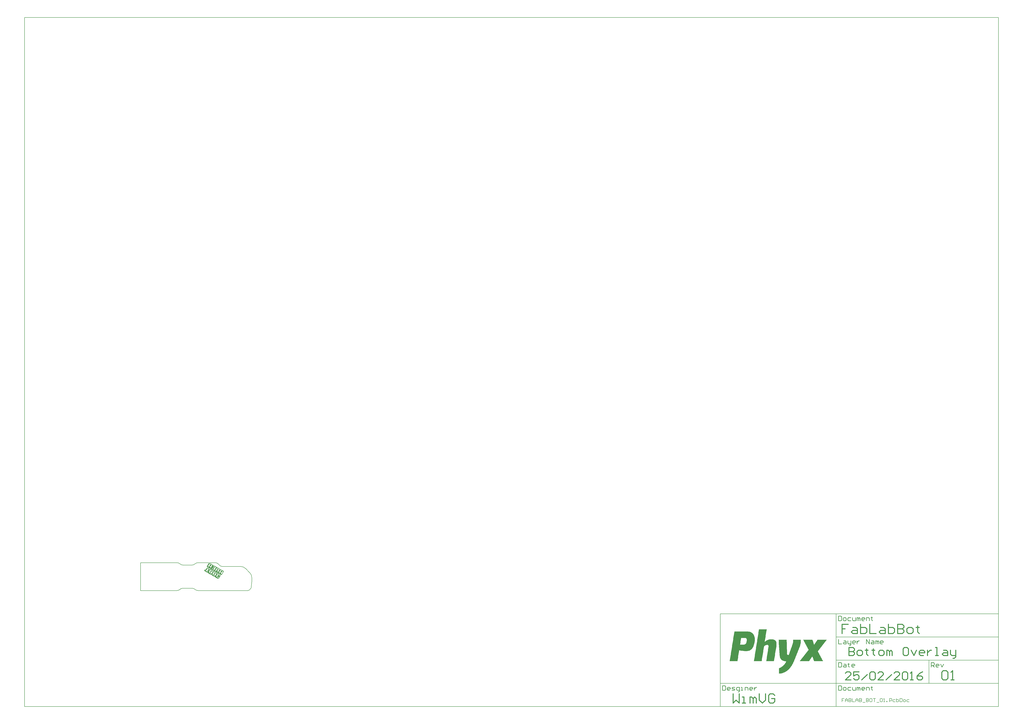
<source format=gbo>
G04 Layer_Color=32896*
%FSLAX25Y25*%
%MOIN*%
G70*
G01*
G75*
%ADD12C,0.01575*%
%ADD13C,0.00787*%
%ADD14C,0.00984*%
G36*
X114597Y38778D02*
X115287Y38380D01*
X115954Y37995D01*
X116644Y37597D01*
X116246Y36907D01*
X116935Y36509D01*
X116546Y35834D01*
X116148Y35145D01*
X115750Y34455D01*
X115060Y34854D01*
X114666Y34171D01*
X114268Y33482D01*
X114958Y33084D01*
X114965Y33080D01*
X115363Y33769D01*
X115757Y34451D01*
X116155Y35141D01*
X116553Y35830D01*
X117228Y35441D01*
X117617Y36116D01*
X118307Y35717D01*
X118705Y36407D01*
X119387Y36013D01*
X120077Y35615D01*
X120766Y35217D01*
X121456Y34819D01*
X122123Y34433D01*
X122813Y34035D01*
X123502Y33637D01*
X123104Y32948D01*
X123786Y32554D01*
X124476Y32156D01*
X124874Y32845D01*
X125556Y32452D01*
X126245Y32054D01*
X126935Y31655D01*
X127624Y31257D01*
X128292Y30872D01*
X128981Y30474D01*
X129671Y30076D01*
X129273Y29386D01*
X129955Y28993D01*
X130644Y28594D01*
X131042Y29284D01*
X131725Y28890D01*
X132414Y28492D01*
X133103Y28094D01*
X133793Y27696D01*
X134460Y27310D01*
X135150Y26912D01*
X135839Y26514D01*
X135441Y25825D01*
X136124Y25431D01*
X135734Y24756D01*
X135336Y24067D01*
X134938Y23377D01*
X134256Y23771D01*
X133862Y23089D01*
X134544Y22695D01*
X134146Y22005D01*
X133748Y21316D01*
X133358Y20641D01*
X132676Y21035D01*
X132286Y20360D01*
X131597Y20758D01*
X131207Y20083D01*
X130518Y20481D01*
X129850Y20867D01*
X129161Y21265D01*
X128471Y21663D01*
X127782Y22061D01*
X127100Y22455D01*
X126410Y22853D01*
X126800Y23528D01*
X126125Y23917D01*
X126514Y24592D01*
X126507Y24597D01*
X126118Y23922D01*
X125428Y24320D01*
X125039Y23645D01*
X124349Y24043D01*
X123681Y24428D01*
X122992Y24826D01*
X122302Y25224D01*
X121613Y25622D01*
X120931Y26016D01*
X120241Y26414D01*
X120631Y27089D01*
X119956Y27479D01*
X120346Y28154D01*
X120339Y28158D01*
X119949Y27483D01*
X119259Y27881D01*
X118870Y27206D01*
X118180Y27604D01*
X117513Y27990D01*
X116823Y28388D01*
X116134Y28786D01*
X115444Y29184D01*
X114762Y29578D01*
X114073Y29976D01*
X114462Y30651D01*
X113787Y31040D01*
X113780Y31045D01*
X113391Y30370D01*
X112701Y30768D01*
X112012Y31166D01*
X111344Y31551D01*
X110654Y31949D01*
X109965Y32347D01*
X109276Y32745D01*
X108593Y33139D01*
X107904Y33537D01*
X108294Y34212D01*
X108683Y34887D01*
X109073Y35562D01*
X109763Y35164D01*
X110161Y35853D01*
X110843Y35460D01*
X111241Y36149D01*
X111635Y36831D01*
X112033Y37521D01*
X112431Y38210D01*
X112820Y38885D01*
X113510Y38487D01*
X113908Y39176D01*
X114597Y38778D01*
D02*
G37*
G36*
X118336Y46267D02*
X119026Y45869D01*
X119715Y45471D01*
X120405Y45073D01*
X121072Y44688D01*
X121762Y44290D01*
X122451Y43892D01*
X122053Y43202D01*
X122736Y42808D01*
X123134Y43498D01*
X123823Y43100D01*
X124505Y42706D01*
X125195Y42308D01*
X125884Y41910D01*
X126574Y41512D01*
X127241Y41126D01*
X127931Y40728D01*
X128620Y40330D01*
X129302Y39936D01*
X128904Y39247D01*
X129594Y38849D01*
X129992Y39538D01*
X130674Y39144D01*
X131363Y38746D01*
X132053Y38348D01*
X132742Y37950D01*
X133410Y37565D01*
X134099Y37167D01*
X134789Y36769D01*
X135471Y36375D01*
X135073Y35685D01*
X135762Y35287D01*
X136160Y35977D01*
X136843Y35583D01*
X137532Y35185D01*
X138222Y34787D01*
X138911Y34389D01*
X139579Y34003D01*
X140268Y33605D01*
X140957Y33207D01*
X140559Y32518D01*
X141242Y32124D01*
X140852Y31449D01*
X140454Y30760D01*
X140056Y30070D01*
X139662Y29388D01*
X139264Y28699D01*
X138866Y28009D01*
X138476Y27334D01*
X138087Y26659D01*
X137404Y27053D01*
X137015Y26378D01*
X136325Y26776D01*
X135636Y27174D01*
X134968Y27560D01*
X134279Y27958D01*
X134668Y28633D01*
X133979Y29031D01*
X133589Y28356D01*
X132900Y28754D01*
X132218Y29148D01*
X131528Y29546D01*
X130853Y29935D01*
X131243Y30610D01*
X131236Y30615D01*
X130846Y29940D01*
X130157Y30338D01*
X129467Y30736D01*
X128799Y31121D01*
X128110Y31519D01*
X128500Y32194D01*
X127810Y32592D01*
X127421Y31917D01*
X126731Y32315D01*
X126049Y32709D01*
X125359Y33107D01*
X124685Y33497D01*
X125074Y34172D01*
X125067Y34176D01*
X124677Y33501D01*
X123988Y33899D01*
X123299Y34297D01*
X122631Y34683D01*
X121941Y35081D01*
X121252Y35479D01*
X120562Y35877D01*
X119880Y36271D01*
X119191Y36669D01*
X118516Y37058D01*
X118906Y37733D01*
X118898Y37738D01*
X118509Y37063D01*
X117819Y37461D01*
X117130Y37859D01*
X116462Y38244D01*
X115773Y38642D01*
X116162Y39317D01*
X115473Y39715D01*
X115083Y39040D01*
X114394Y39438D01*
X113712Y39832D01*
X113022Y40230D01*
X112347Y40620D01*
X112737Y41295D01*
X113127Y41970D01*
X113516Y42645D01*
X113914Y43334D01*
X114312Y44024D01*
X114706Y44706D01*
X115104Y45395D01*
X115502Y46085D01*
X116177Y45695D01*
X116567Y46370D01*
X117256Y45972D01*
X117654Y46661D01*
X118336Y46267D01*
D02*
G37*
%LPC*%
G36*
X118989Y35324D02*
X118599Y34649D01*
X117917Y35043D01*
X117519Y34353D01*
X117121Y33664D01*
X116727Y32981D01*
X116329Y32292D01*
X115931Y31603D01*
X116613Y31209D01*
X116224Y30534D01*
X116913Y30136D01*
X117603Y29738D01*
X118292Y29340D01*
X118960Y28954D01*
X119649Y28556D01*
X120039Y29231D01*
X120728Y28833D01*
X121126Y29522D01*
X121524Y30212D01*
X121918Y30894D01*
X122316Y31583D01*
X122714Y32273D01*
X122025Y32671D01*
X122415Y33346D01*
X121725Y33744D01*
X121057Y34129D01*
X120368Y34528D01*
X119678Y34925D01*
X118989Y35324D01*
D02*
G37*
G36*
X114199Y38089D02*
X113810Y37414D01*
X113412Y36725D01*
X113014Y36035D01*
X112620Y35353D01*
X112222Y34664D01*
X111823Y33974D01*
X111134Y34372D01*
X110445Y34770D01*
X110055Y34095D01*
X110744Y33697D01*
X111434Y33299D01*
X112123Y32901D01*
X112791Y32516D01*
X113480Y32118D01*
X114170Y31719D01*
X114559Y32394D01*
X113870Y32792D01*
X113181Y33191D01*
X113579Y33880D01*
X113977Y34569D01*
X114371Y35252D01*
X114769Y35941D01*
X115458Y35543D01*
X115856Y36233D01*
X115167Y36630D01*
X115556Y37306D01*
X114889Y37691D01*
X114199Y38089D01*
D02*
G37*
G36*
X117938Y45578D02*
X117549Y44903D01*
X116867Y45297D01*
X116469Y44607D01*
X116070Y43918D01*
X115677Y43236D01*
X115279Y42546D01*
X114881Y41857D01*
X114491Y41182D01*
X115173Y40788D01*
X115863Y40390D01*
X116252Y41065D01*
X116650Y41754D01*
X117340Y41357D01*
X118029Y40958D01*
X118697Y40573D01*
X118299Y39884D01*
X117909Y39209D01*
X118598Y38811D01*
X119288Y38412D01*
X119678Y39087D01*
X120076Y39777D01*
X120474Y40466D01*
X120868Y41148D01*
X121266Y41838D01*
X121664Y42527D01*
X120974Y42925D01*
X121364Y43600D01*
X120675Y43998D01*
X120007Y44384D01*
X119317Y44782D01*
X118628Y45180D01*
X117938Y45578D01*
D02*
G37*
G36*
X125158Y31762D02*
X124768Y31087D01*
X124086Y31481D01*
X123688Y30792D01*
X123290Y30102D01*
X122896Y29420D01*
X122498Y28730D01*
X122100Y28041D01*
X122782Y27647D01*
X122392Y26972D01*
X123082Y26574D01*
X123771Y26176D01*
X124461Y25778D01*
X125128Y25393D01*
X125818Y24995D01*
X126207Y25670D01*
X126897Y25271D01*
X127295Y25961D01*
X127693Y26650D01*
X128087Y27332D01*
X128485Y28022D01*
X128883Y28711D01*
X128194Y29109D01*
X128583Y29784D01*
X127894Y30182D01*
X127226Y30568D01*
X126537Y30966D01*
X125847Y31364D01*
X125158Y31762D01*
D02*
G37*
G36*
X126743Y24461D02*
X127190Y24203D01*
X126799Y24428D01*
X126743Y24461D01*
D02*
G37*
G36*
X131326Y28201D02*
X130937Y27526D01*
X130255Y27920D01*
X129857Y27230D01*
X129458Y26541D01*
X130141Y26147D01*
X129747Y25465D01*
X129065Y25858D01*
X128667Y25169D01*
X128269Y24480D01*
X128951Y24086D01*
X128561Y23411D01*
X129251Y23013D01*
X129940Y22615D01*
X130629Y22217D01*
X131297Y21831D01*
X131986Y21433D01*
X132376Y22108D01*
X133066Y21710D01*
X133464Y22399D01*
X132774Y22797D01*
X132085Y23196D01*
X131687Y22506D01*
X131019Y22892D01*
X130330Y23290D01*
X129640Y23688D01*
X130038Y24377D01*
X130436Y25067D01*
X131126Y24668D01*
X131815Y24270D01*
X132209Y24953D01*
X131520Y25351D01*
X130830Y25749D01*
X131228Y26438D01*
X131626Y27128D01*
X132316Y26730D01*
X133005Y26331D01*
X133673Y25946D01*
X133275Y25257D01*
X133964Y24859D01*
X134654Y24461D01*
X135052Y25150D01*
X134362Y25548D01*
X134752Y26223D01*
X134063Y26621D01*
X133395Y27006D01*
X132705Y27404D01*
X132016Y27803D01*
X131326Y28201D01*
D02*
G37*
G36*
X129086Y28594D02*
X129225Y28514D01*
X129565Y28318D01*
X129086Y28594D01*
D02*
G37*
G36*
X131438Y30498D02*
X131918Y30221D01*
X131497Y30464D01*
X131438Y30498D01*
D02*
G37*
G36*
X134204Y35287D02*
X134343Y35207D01*
X134683Y35010D01*
X134204Y35287D01*
D02*
G37*
G36*
X123425Y42410D02*
X123035Y41735D01*
X123717Y41342D01*
X124407Y40944D01*
X125096Y40545D01*
X125786Y40147D01*
X126453Y39762D01*
X126056Y39072D01*
X125657Y38383D01*
X124990Y38769D01*
X124300Y39167D01*
X123611Y39565D01*
X122921Y39963D01*
X122528Y39281D01*
X123217Y38882D01*
X123906Y38484D01*
X124596Y38086D01*
X125264Y37701D01*
X124865Y37011D01*
X124468Y36322D01*
X123800Y36707D01*
X123110Y37106D01*
X122421Y37504D01*
X121731Y37902D01*
X121049Y38296D01*
X120660Y37620D01*
X121342Y37227D01*
X122031Y36829D01*
X122721Y36431D01*
X123410Y36033D01*
X124078Y35647D01*
X124767Y35249D01*
X125457Y34851D01*
X125846Y35526D01*
X126244Y36215D01*
X126643Y36905D01*
X127036Y37587D01*
X127434Y38276D01*
X127832Y38966D01*
X128222Y39641D01*
X127533Y40039D01*
X126843Y40437D01*
X126175Y40822D01*
X125486Y41220D01*
X124797Y41618D01*
X124107Y42017D01*
X123425Y42410D01*
D02*
G37*
G36*
X130276Y38455D02*
X129886Y37780D01*
X129204Y38174D01*
X128806Y37484D01*
X128408Y36795D01*
X129090Y36401D01*
X128696Y35719D01*
X128014Y36113D01*
X127616Y35423D01*
X127218Y34734D01*
X126828Y34059D01*
X127510Y33665D01*
X128200Y33267D01*
X128590Y33942D01*
X128988Y34631D01*
X129386Y35321D01*
X130075Y34923D01*
X130765Y34525D01*
X131432Y34139D01*
X131034Y33450D01*
X130636Y32761D01*
X130246Y32086D01*
X130936Y31688D01*
X131625Y31289D01*
X132015Y31964D01*
X132413Y32654D01*
X132811Y33343D01*
X133205Y34025D01*
X133603Y34715D01*
X134001Y35404D01*
X134391Y36079D01*
X133701Y36477D01*
X133012Y36875D01*
X132344Y37261D01*
X131655Y37659D01*
X130965Y38057D01*
X130276Y38455D01*
D02*
G37*
G36*
X136445Y34894D02*
X136055Y34219D01*
X135373Y34612D01*
X134975Y33923D01*
X134577Y33233D01*
X134183Y32551D01*
X133785Y31862D01*
X133387Y31172D01*
X132997Y30498D01*
X133679Y30104D01*
X134369Y29706D01*
X134758Y30381D01*
X135156Y31070D01*
X135846Y30672D01*
X136535Y30274D01*
X137203Y29888D01*
X136805Y29199D01*
X136415Y28524D01*
X137105Y28126D01*
X137794Y27728D01*
X138184Y28403D01*
X138582Y29092D01*
X138980Y29782D01*
X139374Y30464D01*
X139772Y31153D01*
X140170Y31843D01*
X139480Y32241D01*
X139870Y32916D01*
X139181Y33314D01*
X138513Y33699D01*
X137823Y34097D01*
X137134Y34495D01*
X136445Y34894D01*
D02*
G37*
%LPD*%
G36*
X118928Y44107D02*
X119617Y43709D01*
X120285Y43323D01*
X119887Y42634D01*
X119489Y41945D01*
X119095Y41262D01*
X118427Y41648D01*
X117738Y42046D01*
X117048Y42444D01*
X117442Y43126D01*
X117840Y43816D01*
X118238Y44505D01*
X118928Y44107D01*
D02*
G37*
G36*
X125351Y28912D02*
X124957Y28230D01*
X125646Y27832D01*
X125248Y27143D01*
X125916Y26757D01*
X125518Y26068D01*
X124850Y26453D01*
X124161Y26851D01*
X123471Y27249D01*
X123870Y27939D01*
X124268Y28628D01*
X124661Y29310D01*
X125351Y28912D01*
D02*
G37*
G36*
X126147Y30291D02*
X126836Y29893D01*
X127504Y29507D01*
X127106Y28818D01*
X126708Y28129D01*
X126314Y27446D01*
X125646Y27832D01*
X126040Y28514D01*
X125351Y28912D01*
X125749Y29602D01*
X125059Y30000D01*
X125458Y30689D01*
X126147Y30291D01*
D02*
G37*
G36*
X131265Y36984D02*
X131955Y36586D01*
X132622Y36200D01*
X132224Y35511D01*
X131826Y34822D01*
X131158Y35207D01*
X130469Y35605D01*
X129780Y36003D01*
X130178Y36693D01*
X130576Y37382D01*
X131265Y36984D01*
D02*
G37*
G36*
X137434Y33422D02*
X138123Y33024D01*
X138791Y32639D01*
X138393Y31949D01*
X137995Y31260D01*
X137601Y30578D01*
X136933Y30963D01*
X136244Y31361D01*
X135554Y31759D01*
X135948Y32442D01*
X136346Y33131D01*
X136744Y33821D01*
X137434Y33422D01*
D02*
G37*
G36*
X119182Y32474D02*
X118788Y31791D01*
X119478Y31393D01*
X119080Y30704D01*
X119747Y30318D01*
X119349Y29629D01*
X118682Y30015D01*
X117992Y30413D01*
X117303Y30811D01*
X117701Y31500D01*
X118099Y32190D01*
X118493Y32872D01*
X119182Y32474D01*
D02*
G37*
G36*
X119978Y33853D02*
X120668Y33454D01*
X121335Y33069D01*
X120937Y32380D01*
X120539Y31690D01*
X120145Y31008D01*
X119478Y31393D01*
X119872Y32076D01*
X119182Y32474D01*
X119580Y33163D01*
X118891Y33561D01*
X119289Y34251D01*
X119978Y33853D01*
D02*
G37*
G36*
X1121080Y-83717D02*
Y-84003D01*
Y-84290D01*
Y-84576D01*
Y-84862D01*
Y-85149D01*
Y-85435D01*
Y-85721D01*
Y-86007D01*
Y-86294D01*
Y-86580D01*
Y-86866D01*
Y-87153D01*
Y-87439D01*
Y-87725D01*
Y-88012D01*
Y-88298D01*
Y-88584D01*
Y-88871D01*
Y-89157D01*
Y-89443D01*
X1120793D01*
Y-89730D01*
Y-90016D01*
Y-90302D01*
Y-90588D01*
Y-90875D01*
X1120507D01*
Y-91161D01*
Y-91448D01*
Y-91734D01*
Y-92020D01*
X1120221D01*
Y-92306D01*
Y-92593D01*
Y-92879D01*
Y-93165D01*
X1119934D01*
Y-93452D01*
Y-93738D01*
Y-94024D01*
X1119648D01*
Y-94311D01*
Y-94597D01*
Y-94883D01*
X1119362D01*
Y-95170D01*
Y-95456D01*
Y-95742D01*
X1119075D01*
Y-96029D01*
Y-96315D01*
Y-96601D01*
X1118789D01*
Y-96887D01*
Y-97174D01*
X1118503D01*
Y-97460D01*
Y-97746D01*
X1118217D01*
Y-98033D01*
Y-98319D01*
Y-98605D01*
X1117930D01*
Y-98892D01*
Y-99178D01*
X1117644D01*
Y-99464D01*
Y-99751D01*
Y-100037D01*
X1117358D01*
Y-100323D01*
Y-100610D01*
X1117071D01*
Y-100896D01*
Y-101182D01*
Y-101468D01*
X1116785D01*
Y-101755D01*
Y-102041D01*
X1116499D01*
Y-102327D01*
Y-102614D01*
Y-102900D01*
X1116212D01*
Y-103186D01*
Y-103473D01*
X1115926D01*
Y-103759D01*
Y-104045D01*
Y-104332D01*
X1115640D01*
Y-104618D01*
Y-104904D01*
X1115353D01*
Y-105191D01*
Y-105477D01*
Y-105763D01*
X1115067D01*
Y-106049D01*
Y-106336D01*
X1114781D01*
Y-106622D01*
Y-106908D01*
Y-107195D01*
X1114494D01*
Y-107481D01*
Y-107767D01*
X1114208D01*
Y-108054D01*
Y-108340D01*
Y-108626D01*
X1113922D01*
Y-108913D01*
Y-109199D01*
X1113636D01*
Y-109485D01*
Y-109772D01*
Y-110058D01*
X1113349D01*
Y-110344D01*
Y-110630D01*
X1113063D01*
Y-110917D01*
Y-111203D01*
Y-111489D01*
X1112776D01*
Y-111776D01*
Y-112062D01*
X1112490D01*
Y-112348D01*
Y-112635D01*
Y-112921D01*
X1112204D01*
Y-113207D01*
Y-113494D01*
X1111918D01*
Y-113780D01*
Y-114066D01*
Y-114353D01*
X1111631D01*
Y-114639D01*
Y-114925D01*
X1111345D01*
Y-115211D01*
Y-115498D01*
Y-115784D01*
X1111059D01*
Y-116070D01*
Y-116357D01*
X1110772D01*
Y-116643D01*
Y-116929D01*
Y-117216D01*
X1110486D01*
Y-117502D01*
Y-117788D01*
X1110200D01*
Y-118075D01*
Y-118361D01*
Y-118647D01*
X1109913D01*
Y-118933D01*
Y-119220D01*
X1109627D01*
Y-119506D01*
Y-119792D01*
Y-120079D01*
X1109341D01*
Y-120365D01*
Y-120651D01*
X1109054D01*
Y-120938D01*
Y-121224D01*
X1108768D01*
Y-121510D01*
Y-121797D01*
X1108482D01*
Y-122083D01*
Y-122369D01*
Y-122656D01*
X1108195D01*
Y-122942D01*
X1107909D01*
Y-123228D01*
Y-123514D01*
Y-123801D01*
X1107623D01*
Y-124087D01*
X1107337D01*
Y-124373D01*
Y-124660D01*
X1107050D01*
Y-124946D01*
Y-125232D01*
X1106764D01*
Y-125519D01*
Y-125805D01*
X1106478D01*
Y-126091D01*
Y-126378D01*
X1106191D01*
Y-126664D01*
X1105905D01*
Y-126950D01*
Y-127237D01*
X1105619D01*
Y-127523D01*
Y-127809D01*
X1105332D01*
Y-128095D01*
X1105046D01*
Y-128382D01*
X1104760D01*
Y-128668D01*
Y-128954D01*
X1104473D01*
Y-129241D01*
X1104187D01*
Y-129527D01*
Y-129813D01*
X1103901D01*
Y-130100D01*
X1103615D01*
Y-130386D01*
X1103328D01*
Y-130672D01*
Y-130959D01*
X1103042D01*
Y-131245D01*
X1102756D01*
Y-131531D01*
X1102469D01*
Y-131818D01*
X1102183D01*
Y-132104D01*
X1101897D01*
Y-132390D01*
Y-132676D01*
X1101610D01*
Y-132963D01*
X1101324D01*
Y-133249D01*
X1101038D01*
Y-133535D01*
X1100751D01*
Y-133822D01*
X1100465D01*
Y-134108D01*
X1100179D01*
Y-134394D01*
X1099892D01*
Y-134681D01*
X1099320D01*
Y-134967D01*
X1099034D01*
Y-135253D01*
X1098747D01*
Y-135540D01*
X1098461D01*
Y-135826D01*
X1098175D01*
Y-136112D01*
X1097602D01*
Y-136399D01*
X1097316D01*
Y-136685D01*
X1096743D01*
Y-136971D01*
X1096457D01*
Y-137258D01*
X1095884D01*
Y-137544D01*
X1095598D01*
Y-137830D01*
X1095025D01*
Y-138117D01*
X1094452D01*
Y-138403D01*
X1093880D01*
Y-138689D01*
X1093307D01*
Y-138975D01*
X1092735D01*
Y-139262D01*
X1091876D01*
Y-139548D01*
X1091303D01*
Y-139834D01*
X1090444D01*
Y-140121D01*
X1089299D01*
Y-140407D01*
X1088154D01*
Y-140693D01*
X1086436D01*
Y-140980D01*
X1084432D01*
Y-141266D01*
X1084145D01*
Y-140980D01*
Y-140693D01*
Y-140407D01*
Y-140121D01*
Y-139834D01*
Y-139548D01*
Y-139262D01*
Y-138975D01*
Y-138689D01*
Y-138403D01*
Y-138117D01*
Y-137830D01*
Y-137544D01*
Y-137258D01*
Y-136971D01*
Y-136685D01*
Y-136399D01*
Y-136112D01*
Y-135826D01*
Y-135540D01*
Y-135253D01*
Y-134967D01*
Y-134681D01*
Y-134394D01*
Y-134108D01*
Y-133822D01*
Y-133535D01*
Y-133249D01*
Y-132963D01*
Y-132676D01*
Y-132390D01*
Y-132104D01*
Y-131818D01*
X1084718D01*
Y-131531D01*
X1085291D01*
Y-131245D01*
X1085863D01*
Y-130959D01*
X1086436D01*
Y-130672D01*
X1087008D01*
Y-130386D01*
X1087581D01*
Y-130100D01*
X1087867D01*
Y-129813D01*
X1088440D01*
Y-129527D01*
X1088726D01*
Y-129241D01*
X1089299D01*
Y-128954D01*
X1089585D01*
Y-128668D01*
X1089872D01*
Y-128382D01*
X1090444D01*
Y-128095D01*
X1090730D01*
Y-127809D01*
X1091017D01*
Y-127523D01*
X1091303D01*
Y-127237D01*
X1091589D01*
Y-126950D01*
X1091876D01*
Y-126664D01*
X1092162D01*
Y-126378D01*
X1092448D01*
Y-126091D01*
X1092735D01*
Y-125805D01*
X1093021D01*
Y-125519D01*
X1093307D01*
Y-125232D01*
X1093594D01*
Y-124946D01*
Y-124660D01*
X1093880D01*
Y-124373D01*
X1094166D01*
Y-124087D01*
X1094452D01*
Y-123801D01*
Y-123514D01*
X1094739D01*
Y-123228D01*
X1095025D01*
Y-122942D01*
Y-122656D01*
X1095311D01*
Y-122369D01*
Y-122083D01*
X1095598D01*
Y-121797D01*
X1095884D01*
Y-121510D01*
Y-121224D01*
X1096170D01*
Y-120938D01*
Y-120651D01*
X1096457D01*
Y-120365D01*
Y-120079D01*
X1094739D01*
Y-119792D01*
X1092735D01*
Y-119506D01*
X1091589D01*
Y-119220D01*
X1091017D01*
Y-118933D01*
X1090158D01*
Y-118647D01*
X1089585D01*
Y-118361D01*
X1089299D01*
Y-118075D01*
X1088726D01*
Y-117788D01*
X1088440D01*
Y-117502D01*
X1088154D01*
Y-117216D01*
X1087867D01*
Y-116929D01*
X1087581D01*
Y-116643D01*
X1087295D01*
Y-116357D01*
Y-116070D01*
X1087008D01*
Y-115784D01*
X1086722D01*
Y-115498D01*
Y-115211D01*
X1086436D01*
Y-114925D01*
Y-114639D01*
X1086149D01*
Y-114353D01*
Y-114066D01*
X1085863D01*
Y-113780D01*
Y-113494D01*
Y-113207D01*
X1085577D01*
Y-112921D01*
Y-112635D01*
Y-112348D01*
Y-112062D01*
X1085291D01*
Y-111776D01*
Y-111489D01*
Y-111203D01*
Y-110917D01*
Y-110630D01*
Y-110344D01*
Y-110058D01*
X1085004D01*
Y-109772D01*
Y-109485D01*
Y-109199D01*
Y-108913D01*
Y-108626D01*
Y-108340D01*
Y-108054D01*
Y-107767D01*
Y-107481D01*
Y-107195D01*
Y-106908D01*
Y-106622D01*
Y-106336D01*
Y-106049D01*
Y-105763D01*
X1084718D01*
Y-105477D01*
Y-105191D01*
Y-104904D01*
Y-104618D01*
Y-104332D01*
Y-104045D01*
Y-103759D01*
Y-103473D01*
Y-103186D01*
Y-102900D01*
Y-102614D01*
Y-102327D01*
Y-102041D01*
Y-101755D01*
Y-101468D01*
X1084432D01*
Y-101182D01*
Y-100896D01*
Y-100610D01*
Y-100323D01*
Y-100037D01*
Y-99751D01*
Y-99464D01*
Y-99178D01*
Y-98892D01*
Y-98605D01*
Y-98319D01*
Y-98033D01*
Y-97746D01*
Y-97460D01*
Y-97174D01*
Y-96887D01*
X1084145D01*
Y-96601D01*
Y-96315D01*
Y-96029D01*
Y-95742D01*
Y-95456D01*
Y-95170D01*
Y-94883D01*
Y-94597D01*
Y-94311D01*
Y-94024D01*
Y-93738D01*
Y-93452D01*
Y-93165D01*
Y-92879D01*
Y-92593D01*
Y-92306D01*
X1083859D01*
Y-92020D01*
Y-91734D01*
Y-91448D01*
Y-91161D01*
Y-90875D01*
Y-90588D01*
Y-90302D01*
Y-90016D01*
Y-89730D01*
Y-89443D01*
Y-89157D01*
Y-88871D01*
Y-88584D01*
Y-88298D01*
X1083573D01*
Y-88012D01*
Y-87725D01*
Y-87439D01*
Y-87153D01*
Y-86866D01*
Y-86580D01*
Y-86294D01*
Y-86007D01*
Y-85721D01*
Y-85435D01*
Y-85149D01*
Y-84862D01*
Y-84576D01*
Y-84290D01*
Y-84003D01*
Y-83717D01*
X1083286D01*
Y-83431D01*
X1097029D01*
Y-83717D01*
Y-84003D01*
Y-84290D01*
Y-84576D01*
Y-84862D01*
Y-85149D01*
Y-85435D01*
Y-85721D01*
Y-86007D01*
Y-86294D01*
Y-86580D01*
Y-86866D01*
Y-87153D01*
Y-87439D01*
X1097316D01*
Y-87725D01*
Y-88012D01*
Y-88298D01*
Y-88584D01*
Y-88871D01*
Y-89157D01*
Y-89443D01*
Y-89730D01*
Y-90016D01*
Y-90302D01*
Y-90588D01*
Y-90875D01*
Y-91161D01*
Y-91448D01*
Y-91734D01*
Y-92020D01*
Y-92306D01*
Y-92593D01*
Y-92879D01*
Y-93165D01*
Y-93452D01*
Y-93738D01*
Y-94024D01*
Y-94311D01*
Y-94597D01*
Y-94883D01*
Y-95170D01*
Y-95456D01*
Y-95742D01*
Y-96029D01*
Y-96315D01*
Y-96601D01*
Y-96887D01*
Y-97174D01*
Y-97460D01*
Y-97746D01*
Y-98033D01*
Y-98319D01*
Y-98605D01*
Y-98892D01*
Y-99178D01*
X1097602D01*
Y-99464D01*
X1097316D01*
Y-99751D01*
Y-100037D01*
X1097602D01*
Y-100323D01*
Y-100610D01*
Y-100896D01*
Y-101182D01*
Y-101468D01*
Y-101755D01*
Y-102041D01*
Y-102327D01*
Y-102614D01*
Y-102900D01*
Y-103186D01*
Y-103473D01*
Y-103759D01*
Y-104045D01*
Y-104332D01*
Y-104618D01*
Y-104904D01*
Y-105191D01*
Y-105477D01*
Y-105763D01*
Y-106049D01*
Y-106336D01*
Y-106622D01*
Y-106908D01*
Y-107195D01*
Y-107481D01*
X1097888D01*
Y-107767D01*
Y-108054D01*
Y-108340D01*
X1098175D01*
Y-108626D01*
X1098461D01*
Y-108913D01*
X1098747D01*
Y-109199D01*
X1099606D01*
Y-109485D01*
X1100465D01*
Y-109199D01*
X1100751D01*
Y-108913D01*
Y-108626D01*
Y-108340D01*
X1101038D01*
Y-108054D01*
Y-107767D01*
X1101324D01*
Y-107481D01*
Y-107195D01*
Y-106908D01*
X1101610D01*
Y-106622D01*
Y-106336D01*
Y-106049D01*
X1101897D01*
Y-105763D01*
Y-105477D01*
Y-105191D01*
X1102183D01*
Y-104904D01*
Y-104618D01*
Y-104332D01*
X1102469D01*
Y-104045D01*
Y-103759D01*
X1102756D01*
Y-103473D01*
Y-103186D01*
Y-102900D01*
X1103042D01*
Y-102614D01*
Y-102327D01*
Y-102041D01*
X1103328D01*
Y-101755D01*
Y-101468D01*
Y-101182D01*
X1103615D01*
Y-100896D01*
Y-100610D01*
X1103901D01*
Y-100323D01*
Y-100037D01*
Y-99751D01*
X1104187D01*
Y-99464D01*
Y-99178D01*
Y-98892D01*
X1104473D01*
Y-98605D01*
Y-98319D01*
Y-98033D01*
X1104760D01*
Y-97746D01*
Y-97460D01*
X1105046D01*
Y-97174D01*
Y-96887D01*
Y-96601D01*
X1105332D01*
Y-96315D01*
Y-96029D01*
Y-95742D01*
X1105619D01*
Y-95456D01*
Y-95170D01*
Y-94883D01*
X1105905D01*
Y-94597D01*
Y-94311D01*
X1106191D01*
Y-94024D01*
Y-93738D01*
Y-93452D01*
X1106478D01*
Y-93165D01*
Y-92879D01*
Y-92593D01*
X1106764D01*
Y-92306D01*
Y-92020D01*
Y-91734D01*
X1107050D01*
Y-91448D01*
Y-91161D01*
Y-90875D01*
Y-90588D01*
X1107337D01*
Y-90302D01*
Y-90016D01*
Y-89730D01*
Y-89443D01*
X1107623D01*
Y-89157D01*
Y-88871D01*
Y-88584D01*
Y-88298D01*
Y-88012D01*
X1107909D01*
Y-87725D01*
Y-87439D01*
Y-87153D01*
Y-86866D01*
Y-86580D01*
Y-86294D01*
X1108195D01*
Y-86007D01*
Y-85721D01*
Y-85435D01*
Y-85149D01*
Y-84862D01*
Y-84576D01*
Y-84290D01*
Y-84003D01*
Y-83717D01*
Y-83431D01*
X1121080D01*
Y-83717D01*
D02*
G37*
G36*
X1063244Y-66252D02*
Y-66538D01*
X1062958D01*
Y-66825D01*
Y-67111D01*
Y-67397D01*
Y-67684D01*
Y-67970D01*
Y-68256D01*
X1062672D01*
Y-68542D01*
Y-68829D01*
Y-69115D01*
Y-69401D01*
Y-69688D01*
Y-69974D01*
X1062385D01*
Y-70260D01*
Y-70547D01*
Y-70833D01*
Y-71119D01*
Y-71406D01*
Y-71692D01*
Y-71978D01*
X1062099D01*
Y-72264D01*
Y-72551D01*
Y-72837D01*
Y-73123D01*
Y-73410D01*
Y-73696D01*
X1061813D01*
Y-73982D01*
Y-74269D01*
Y-74555D01*
Y-74841D01*
Y-75128D01*
Y-75414D01*
X1061526D01*
Y-75700D01*
Y-75987D01*
Y-76273D01*
Y-76559D01*
Y-76846D01*
Y-77132D01*
Y-77418D01*
X1061240D01*
Y-77704D01*
Y-77991D01*
Y-78277D01*
Y-78563D01*
Y-78850D01*
Y-79136D01*
X1060954D01*
Y-79422D01*
Y-79709D01*
Y-79995D01*
Y-80281D01*
Y-80568D01*
Y-80854D01*
X1060668D01*
Y-81140D01*
Y-81427D01*
Y-81713D01*
Y-81999D01*
Y-82285D01*
Y-82572D01*
X1060381D01*
Y-82858D01*
Y-83144D01*
Y-83431D01*
Y-83717D01*
Y-84003D01*
Y-84290D01*
Y-84576D01*
X1060095D01*
Y-84862D01*
Y-85149D01*
Y-85435D01*
Y-85721D01*
Y-86007D01*
Y-86294D01*
X1059809D01*
Y-86580D01*
Y-86866D01*
X1060381D01*
Y-86580D01*
X1060668D01*
Y-86294D01*
X1060954D01*
Y-86007D01*
X1061526D01*
Y-85721D01*
X1061813D01*
Y-85435D01*
X1062099D01*
Y-85149D01*
X1062672D01*
Y-84862D01*
X1063244D01*
Y-84576D01*
X1063531D01*
Y-84290D01*
X1064103D01*
Y-84003D01*
X1064962D01*
Y-83717D01*
X1065535D01*
Y-83431D01*
X1066394D01*
Y-83144D01*
X1067825D01*
Y-82858D01*
X1074124D01*
Y-83144D01*
X1075270D01*
Y-83431D01*
X1076128D01*
Y-83717D01*
X1076701D01*
Y-84003D01*
X1076987D01*
Y-84290D01*
X1077560D01*
Y-84576D01*
X1077846D01*
Y-84862D01*
X1078133D01*
Y-85149D01*
X1078419D01*
Y-85435D01*
X1078705D01*
Y-85721D01*
Y-86007D01*
X1078992D01*
Y-86294D01*
Y-86580D01*
X1079278D01*
Y-86866D01*
Y-87153D01*
Y-87439D01*
X1079564D01*
Y-87725D01*
Y-88012D01*
Y-88298D01*
Y-88584D01*
X1079850D01*
Y-88871D01*
Y-89157D01*
Y-89443D01*
Y-89730D01*
Y-90016D01*
Y-90302D01*
Y-90588D01*
Y-90875D01*
Y-91161D01*
Y-91448D01*
Y-91734D01*
Y-92020D01*
Y-92306D01*
Y-92593D01*
Y-92879D01*
Y-93165D01*
Y-93452D01*
Y-93738D01*
X1079564D01*
Y-94024D01*
Y-94311D01*
Y-94597D01*
Y-94883D01*
Y-95170D01*
Y-95456D01*
Y-95742D01*
X1079278D01*
Y-96029D01*
Y-96315D01*
Y-96601D01*
Y-96887D01*
Y-97174D01*
Y-97460D01*
Y-97746D01*
X1078992D01*
Y-98033D01*
Y-98319D01*
Y-98605D01*
Y-98892D01*
Y-99178D01*
Y-99464D01*
X1078705D01*
Y-99751D01*
Y-100037D01*
Y-100323D01*
Y-100610D01*
Y-100896D01*
Y-101182D01*
X1078419D01*
Y-101468D01*
Y-101755D01*
Y-102041D01*
Y-102327D01*
Y-102614D01*
Y-102900D01*
X1078133D01*
Y-103186D01*
Y-103473D01*
Y-103759D01*
Y-104045D01*
Y-104332D01*
Y-104618D01*
Y-104904D01*
X1077846D01*
Y-105191D01*
Y-105477D01*
Y-105763D01*
Y-106049D01*
Y-106336D01*
Y-106622D01*
X1077560D01*
Y-106908D01*
Y-107195D01*
Y-107481D01*
Y-107767D01*
Y-108054D01*
Y-108340D01*
X1077274D01*
Y-108626D01*
Y-108913D01*
Y-109199D01*
Y-109485D01*
Y-109772D01*
Y-110058D01*
Y-110344D01*
X1076987D01*
Y-110630D01*
Y-110917D01*
Y-111203D01*
Y-111489D01*
Y-111776D01*
Y-112062D01*
X1076701D01*
Y-112348D01*
Y-112635D01*
Y-112921D01*
Y-113207D01*
Y-113494D01*
Y-113780D01*
X1076415D01*
Y-114066D01*
Y-114353D01*
Y-114639D01*
Y-114925D01*
Y-115211D01*
Y-115498D01*
X1076128D01*
Y-115784D01*
Y-116070D01*
Y-116357D01*
Y-116643D01*
Y-116929D01*
Y-117216D01*
Y-117502D01*
X1075842D01*
Y-117788D01*
Y-118075D01*
Y-118361D01*
Y-118647D01*
Y-118933D01*
Y-119220D01*
X1075556D01*
Y-119506D01*
Y-119792D01*
X1062385D01*
Y-119506D01*
Y-119220D01*
X1062672D01*
Y-118933D01*
Y-118647D01*
Y-118361D01*
Y-118075D01*
Y-117788D01*
Y-117502D01*
X1062958D01*
Y-117216D01*
Y-116929D01*
Y-116643D01*
Y-116357D01*
Y-116070D01*
Y-115784D01*
Y-115498D01*
X1063244D01*
Y-115211D01*
Y-114925D01*
Y-114639D01*
Y-114353D01*
Y-114066D01*
Y-113780D01*
X1063531D01*
Y-113494D01*
Y-113207D01*
Y-112921D01*
Y-112635D01*
Y-112348D01*
Y-112062D01*
X1063817D01*
Y-111776D01*
Y-111489D01*
Y-111203D01*
Y-110917D01*
Y-110630D01*
Y-110344D01*
Y-110058D01*
X1064103D01*
Y-109772D01*
Y-109485D01*
Y-109199D01*
Y-108913D01*
Y-108626D01*
Y-108340D01*
X1064390D01*
Y-108054D01*
Y-107767D01*
Y-107481D01*
Y-107195D01*
Y-106908D01*
Y-106622D01*
Y-106336D01*
X1064676D01*
Y-106049D01*
Y-105763D01*
Y-105477D01*
Y-105191D01*
Y-104904D01*
Y-104618D01*
X1064962D01*
Y-104332D01*
Y-104045D01*
Y-103759D01*
Y-103473D01*
Y-103186D01*
Y-102900D01*
X1065249D01*
Y-102614D01*
Y-102327D01*
Y-102041D01*
Y-101755D01*
Y-101468D01*
Y-101182D01*
X1065535D01*
Y-100896D01*
Y-100610D01*
Y-100323D01*
Y-100037D01*
Y-99751D01*
Y-99464D01*
Y-99178D01*
X1065821D01*
Y-98892D01*
Y-98605D01*
Y-98319D01*
Y-98033D01*
Y-97746D01*
Y-97460D01*
X1066107D01*
Y-97174D01*
Y-96887D01*
Y-96601D01*
Y-96315D01*
Y-96029D01*
Y-95742D01*
Y-95456D01*
X1066394D01*
Y-95170D01*
Y-94883D01*
Y-94597D01*
Y-94311D01*
Y-94024D01*
Y-93738D01*
X1066107D01*
Y-93452D01*
Y-93165D01*
X1065821D01*
Y-92879D01*
X1065535D01*
Y-92593D01*
X1064962D01*
Y-92306D01*
X1063244D01*
Y-92593D01*
X1061813D01*
Y-92879D01*
X1060954D01*
Y-93165D01*
X1060381D01*
Y-93452D01*
X1060095D01*
Y-93738D01*
X1059522D01*
Y-94024D01*
X1059236D01*
Y-94311D01*
X1058950D01*
Y-94597D01*
Y-94883D01*
X1058663D01*
Y-95170D01*
Y-95456D01*
Y-95742D01*
X1058377D01*
Y-96029D01*
Y-96315D01*
Y-96601D01*
Y-96887D01*
Y-97174D01*
Y-97460D01*
X1058091D01*
Y-97746D01*
Y-98033D01*
Y-98319D01*
Y-98605D01*
Y-98892D01*
Y-99178D01*
Y-99464D01*
X1057804D01*
Y-99751D01*
Y-100037D01*
Y-100323D01*
Y-100610D01*
Y-100896D01*
Y-101182D01*
X1057518D01*
Y-101468D01*
Y-101755D01*
Y-102041D01*
Y-102327D01*
Y-102614D01*
Y-102900D01*
X1057232D01*
Y-103186D01*
Y-103473D01*
Y-103759D01*
Y-104045D01*
Y-104332D01*
Y-104618D01*
X1056946D01*
Y-104904D01*
Y-105191D01*
Y-105477D01*
Y-105763D01*
Y-106049D01*
Y-106336D01*
Y-106622D01*
X1056659D01*
Y-106908D01*
Y-107195D01*
Y-107481D01*
Y-107767D01*
Y-108054D01*
Y-108340D01*
X1056373D01*
Y-108626D01*
Y-108913D01*
Y-109199D01*
Y-109485D01*
Y-109772D01*
Y-110058D01*
X1056087D01*
Y-110344D01*
Y-110630D01*
Y-110917D01*
Y-111203D01*
Y-111489D01*
Y-111776D01*
Y-112062D01*
X1055800D01*
Y-112348D01*
Y-112635D01*
Y-112921D01*
Y-113207D01*
Y-113494D01*
Y-113780D01*
X1055514D01*
Y-114066D01*
Y-114353D01*
Y-114639D01*
Y-114925D01*
Y-115211D01*
Y-115498D01*
X1055228D01*
Y-115784D01*
Y-116070D01*
Y-116357D01*
Y-116643D01*
Y-116929D01*
Y-117216D01*
X1054941D01*
Y-117502D01*
Y-117788D01*
Y-118075D01*
Y-118361D01*
Y-118647D01*
Y-118933D01*
Y-119220D01*
X1054655D01*
Y-119506D01*
Y-119792D01*
X1041485D01*
Y-119506D01*
Y-119220D01*
X1041771D01*
Y-118933D01*
Y-118647D01*
Y-118361D01*
Y-118075D01*
Y-117788D01*
Y-117502D01*
Y-117216D01*
X1042057D01*
Y-116929D01*
Y-116643D01*
Y-116357D01*
Y-116070D01*
Y-115784D01*
Y-115498D01*
X1042344D01*
Y-115211D01*
Y-114925D01*
Y-114639D01*
Y-114353D01*
Y-114066D01*
Y-113780D01*
X1042630D01*
Y-113494D01*
Y-113207D01*
Y-112921D01*
Y-112635D01*
Y-112348D01*
Y-112062D01*
Y-111776D01*
X1042916D01*
Y-111489D01*
Y-111203D01*
Y-110917D01*
Y-110630D01*
Y-110344D01*
Y-110058D01*
X1043202D01*
Y-109772D01*
Y-109485D01*
Y-109199D01*
Y-108913D01*
Y-108626D01*
Y-108340D01*
X1043489D01*
Y-108054D01*
Y-107767D01*
Y-107481D01*
Y-107195D01*
Y-106908D01*
Y-106622D01*
X1043775D01*
Y-106336D01*
Y-106049D01*
Y-105763D01*
Y-105477D01*
Y-105191D01*
Y-104904D01*
Y-104618D01*
X1044061D01*
Y-104332D01*
Y-104045D01*
Y-103759D01*
Y-103473D01*
Y-103186D01*
Y-102900D01*
X1044348D01*
Y-102614D01*
Y-102327D01*
Y-102041D01*
Y-101755D01*
Y-101468D01*
Y-101182D01*
X1044634D01*
Y-100896D01*
Y-100610D01*
Y-100323D01*
Y-100037D01*
Y-99751D01*
Y-99464D01*
Y-99178D01*
X1044920D01*
Y-98892D01*
Y-98605D01*
Y-98319D01*
Y-98033D01*
Y-97746D01*
Y-97460D01*
X1045207D01*
Y-97174D01*
Y-96887D01*
Y-96601D01*
Y-96315D01*
Y-96029D01*
Y-95742D01*
X1045493D01*
Y-95456D01*
Y-95170D01*
Y-94883D01*
Y-94597D01*
Y-94311D01*
Y-94024D01*
X1045779D01*
Y-93738D01*
Y-93452D01*
Y-93165D01*
Y-92879D01*
Y-92593D01*
Y-92306D01*
Y-92020D01*
X1046066D01*
Y-91734D01*
Y-91448D01*
Y-91161D01*
Y-90875D01*
Y-90588D01*
Y-90302D01*
X1046352D01*
Y-90016D01*
Y-89730D01*
Y-89443D01*
Y-89157D01*
Y-88871D01*
Y-88584D01*
X1046638D01*
Y-88298D01*
Y-88012D01*
Y-87725D01*
Y-87439D01*
Y-87153D01*
Y-86866D01*
X1046925D01*
Y-86580D01*
Y-86294D01*
Y-86007D01*
Y-85721D01*
Y-85435D01*
Y-85149D01*
Y-84862D01*
X1047211D01*
Y-84576D01*
Y-84290D01*
Y-84003D01*
Y-83717D01*
Y-83431D01*
Y-83144D01*
X1047497D01*
Y-82858D01*
Y-82572D01*
Y-82285D01*
Y-81999D01*
Y-81713D01*
Y-81427D01*
X1047783D01*
Y-81140D01*
Y-80854D01*
Y-80568D01*
Y-80281D01*
Y-79995D01*
Y-79709D01*
Y-79422D01*
X1048070D01*
Y-79136D01*
Y-78850D01*
Y-78563D01*
Y-78277D01*
Y-77991D01*
Y-77704D01*
X1048356D01*
Y-77418D01*
Y-77132D01*
Y-76846D01*
Y-76559D01*
Y-76273D01*
Y-75987D01*
X1048642D01*
Y-75700D01*
Y-75414D01*
Y-75128D01*
Y-74841D01*
Y-74555D01*
Y-74269D01*
X1048929D01*
Y-73982D01*
Y-73696D01*
Y-73410D01*
Y-73123D01*
Y-72837D01*
Y-72551D01*
Y-72264D01*
X1049215D01*
Y-71978D01*
Y-71692D01*
Y-71406D01*
Y-71119D01*
Y-70833D01*
Y-70547D01*
X1049501D01*
Y-70260D01*
Y-69974D01*
Y-69688D01*
Y-69401D01*
Y-69115D01*
Y-68829D01*
X1049788D01*
Y-68542D01*
Y-68256D01*
Y-67970D01*
Y-67684D01*
Y-67397D01*
Y-67111D01*
Y-66825D01*
X1050074D01*
Y-66538D01*
Y-66252D01*
Y-65966D01*
X1063244D01*
Y-66252D01*
D02*
G37*
G36*
X1032036Y-69688D02*
X1033754D01*
Y-69974D01*
X1034613D01*
Y-70260D01*
X1035472D01*
Y-70547D01*
X1036331D01*
Y-70833D01*
X1036904D01*
Y-71119D01*
X1037190D01*
Y-71406D01*
X1037763D01*
Y-71692D01*
X1038049D01*
Y-71978D01*
X1038622D01*
Y-72264D01*
X1038908D01*
Y-72551D01*
X1039194D01*
Y-72837D01*
X1039480D01*
Y-73123D01*
X1039767D01*
Y-73410D01*
X1040053D01*
Y-73696D01*
X1040339D01*
Y-73982D01*
Y-74269D01*
X1040626D01*
Y-74555D01*
X1040912D01*
Y-74841D01*
Y-75128D01*
X1041198D01*
Y-75414D01*
X1041485D01*
Y-75700D01*
Y-75987D01*
X1041771D01*
Y-76273D01*
Y-76559D01*
Y-76846D01*
X1042057D01*
Y-77132D01*
Y-77418D01*
Y-77704D01*
X1042344D01*
Y-77991D01*
Y-78277D01*
Y-78563D01*
Y-78850D01*
X1042630D01*
Y-79136D01*
Y-79422D01*
Y-79709D01*
Y-79995D01*
Y-80281D01*
X1042916D01*
Y-80568D01*
Y-80854D01*
Y-81140D01*
Y-81427D01*
Y-81713D01*
Y-81999D01*
Y-82285D01*
Y-82572D01*
Y-82858D01*
Y-83144D01*
Y-83431D01*
Y-83717D01*
Y-84003D01*
Y-84290D01*
Y-84576D01*
Y-84862D01*
Y-85149D01*
Y-85435D01*
Y-85721D01*
Y-86007D01*
X1042630D01*
Y-86294D01*
Y-86580D01*
Y-86866D01*
Y-87153D01*
Y-87439D01*
Y-87725D01*
Y-88012D01*
X1042344D01*
Y-88298D01*
Y-88584D01*
Y-88871D01*
Y-89157D01*
Y-89443D01*
X1042057D01*
Y-89730D01*
Y-90016D01*
Y-90302D01*
Y-90588D01*
Y-90875D01*
X1041771D01*
Y-91161D01*
Y-91448D01*
Y-91734D01*
X1041485D01*
Y-92020D01*
Y-92306D01*
Y-92593D01*
Y-92879D01*
X1041198D01*
Y-93165D01*
Y-93452D01*
Y-93738D01*
X1040912D01*
Y-94024D01*
Y-94311D01*
X1040626D01*
Y-94597D01*
Y-94883D01*
Y-95170D01*
X1040339D01*
Y-95456D01*
Y-95742D01*
X1040053D01*
Y-96029D01*
Y-96315D01*
X1039767D01*
Y-96601D01*
Y-96887D01*
X1039480D01*
Y-97174D01*
X1039194D01*
Y-97460D01*
Y-97746D01*
X1038908D01*
Y-98033D01*
X1038622D01*
Y-98319D01*
X1038335D01*
Y-98605D01*
Y-98892D01*
X1038049D01*
Y-99178D01*
X1037763D01*
Y-99464D01*
X1037476D01*
Y-99751D01*
X1037190D01*
Y-100037D01*
X1036904D01*
Y-100323D01*
X1036331D01*
Y-100610D01*
X1036045D01*
Y-100896D01*
X1035472D01*
Y-101182D01*
X1035186D01*
Y-101468D01*
X1034613D01*
Y-101755D01*
X1033754D01*
Y-102041D01*
X1032895D01*
Y-102327D01*
X1032036D01*
Y-102614D01*
X1030318D01*
Y-102900D01*
X1025165D01*
Y-102614D01*
X1022588D01*
Y-102327D01*
X1020584D01*
Y-102041D01*
X1019152D01*
Y-101755D01*
X1017721D01*
Y-101468D01*
X1016289D01*
Y-101755D01*
Y-102041D01*
Y-102327D01*
Y-102614D01*
Y-102900D01*
Y-103186D01*
Y-103473D01*
X1016003D01*
Y-103759D01*
Y-104045D01*
Y-104332D01*
Y-104618D01*
Y-104904D01*
Y-105191D01*
X1015716D01*
Y-105477D01*
Y-105763D01*
Y-106049D01*
Y-106336D01*
Y-106622D01*
Y-106908D01*
X1015430D01*
Y-107195D01*
Y-107481D01*
Y-107767D01*
Y-108054D01*
Y-108340D01*
Y-108626D01*
Y-108913D01*
X1015144D01*
Y-109199D01*
Y-109485D01*
Y-109772D01*
Y-110058D01*
Y-110344D01*
Y-110630D01*
X1014857D01*
Y-110917D01*
Y-111203D01*
Y-111489D01*
Y-111776D01*
Y-112062D01*
Y-112348D01*
X1014571D01*
Y-112635D01*
Y-112921D01*
Y-113207D01*
Y-113494D01*
Y-113780D01*
Y-114066D01*
Y-114353D01*
X1014285D01*
Y-114639D01*
Y-114925D01*
Y-115211D01*
Y-115498D01*
Y-115784D01*
Y-116070D01*
X1013999D01*
Y-116357D01*
Y-116643D01*
Y-116929D01*
Y-117216D01*
Y-117502D01*
Y-117788D01*
X1013712D01*
Y-118075D01*
Y-118361D01*
Y-118647D01*
Y-118933D01*
Y-119220D01*
Y-119506D01*
Y-119792D01*
X1000256D01*
Y-119506D01*
X1000542D01*
Y-119220D01*
Y-118933D01*
Y-118647D01*
Y-118361D01*
Y-118075D01*
X1000828D01*
Y-117788D01*
Y-117502D01*
Y-117216D01*
Y-116929D01*
Y-116643D01*
Y-116357D01*
Y-116070D01*
X1001114D01*
Y-115784D01*
Y-115498D01*
Y-115211D01*
Y-114925D01*
Y-114639D01*
Y-114353D01*
X1001401D01*
Y-114066D01*
Y-113780D01*
Y-113494D01*
Y-113207D01*
Y-112921D01*
Y-112635D01*
X1001687D01*
Y-112348D01*
Y-112062D01*
Y-111776D01*
Y-111489D01*
Y-111203D01*
Y-110917D01*
Y-110630D01*
X1001974D01*
Y-110344D01*
Y-110058D01*
Y-109772D01*
Y-109485D01*
Y-109199D01*
Y-108913D01*
X1002260D01*
Y-108626D01*
Y-108340D01*
Y-108054D01*
Y-107767D01*
Y-107481D01*
Y-107195D01*
X1002546D01*
Y-106908D01*
Y-106622D01*
Y-106336D01*
Y-106049D01*
Y-105763D01*
Y-105477D01*
X1002832D01*
Y-105191D01*
Y-104904D01*
Y-104618D01*
Y-104332D01*
Y-104045D01*
Y-103759D01*
Y-103473D01*
X1003119D01*
Y-103186D01*
Y-102900D01*
Y-102614D01*
Y-102327D01*
Y-102041D01*
Y-101755D01*
X1003405D01*
Y-101468D01*
Y-101182D01*
Y-100896D01*
Y-100610D01*
Y-100323D01*
Y-100037D01*
X1003691D01*
Y-99751D01*
Y-99464D01*
Y-99178D01*
Y-98892D01*
Y-98605D01*
Y-98319D01*
X1003978D01*
Y-98033D01*
Y-97746D01*
Y-97460D01*
Y-97174D01*
Y-96887D01*
Y-96601D01*
Y-96315D01*
X1004264D01*
Y-96029D01*
Y-95742D01*
Y-95456D01*
Y-95170D01*
Y-94883D01*
Y-94597D01*
X1004550D01*
Y-94311D01*
Y-94024D01*
Y-93738D01*
Y-93452D01*
Y-93165D01*
Y-92879D01*
X1004837D01*
Y-92593D01*
Y-92306D01*
Y-92020D01*
Y-91734D01*
Y-91448D01*
Y-91161D01*
Y-90875D01*
X1005123D01*
Y-90588D01*
Y-90302D01*
Y-90016D01*
Y-89730D01*
Y-89443D01*
Y-89157D01*
X1005409D01*
Y-88871D01*
Y-88584D01*
Y-88298D01*
Y-88012D01*
Y-87725D01*
Y-87439D01*
X1005696D01*
Y-87153D01*
Y-86866D01*
Y-86580D01*
Y-86294D01*
Y-86007D01*
Y-85721D01*
X1005982D01*
Y-85435D01*
Y-85149D01*
Y-84862D01*
Y-84576D01*
Y-84290D01*
Y-84003D01*
Y-83717D01*
X1006268D01*
Y-83431D01*
Y-83144D01*
Y-82858D01*
Y-82572D01*
Y-82285D01*
Y-81999D01*
X1006555D01*
Y-81713D01*
Y-81427D01*
Y-81140D01*
Y-80854D01*
Y-80568D01*
Y-80281D01*
X1006841D01*
Y-79995D01*
Y-79709D01*
Y-79422D01*
Y-79136D01*
Y-78850D01*
Y-78563D01*
Y-78277D01*
X1007127D01*
Y-77991D01*
Y-77704D01*
Y-77418D01*
Y-77132D01*
Y-76846D01*
Y-76559D01*
X1007413D01*
Y-76273D01*
Y-75987D01*
Y-75700D01*
Y-75414D01*
Y-75128D01*
Y-74841D01*
X1007700D01*
Y-74555D01*
Y-74269D01*
Y-73982D01*
Y-73696D01*
Y-73410D01*
Y-73123D01*
Y-72837D01*
X1007986D01*
Y-72551D01*
Y-72264D01*
Y-71978D01*
Y-71692D01*
Y-71406D01*
Y-71119D01*
X1008272D01*
Y-70833D01*
Y-70547D01*
Y-70260D01*
Y-69974D01*
Y-69688D01*
Y-69401D01*
X1032036D01*
Y-69688D01*
D02*
G37*
G36*
X1165172Y-83717D02*
X1164886D01*
Y-84003D01*
X1164599D01*
Y-84290D01*
Y-84576D01*
X1164313D01*
Y-84862D01*
X1164027D01*
Y-85149D01*
X1163740D01*
Y-85435D01*
Y-85721D01*
X1163454D01*
Y-86007D01*
X1163168D01*
Y-86294D01*
X1162881D01*
Y-86580D01*
X1162595D01*
Y-86866D01*
Y-87153D01*
X1162309D01*
Y-87439D01*
X1162022D01*
Y-87725D01*
X1161736D01*
Y-88012D01*
Y-88298D01*
X1161450D01*
Y-88584D01*
X1161163D01*
Y-88871D01*
X1160877D01*
Y-89157D01*
X1160591D01*
Y-89443D01*
Y-89730D01*
X1160305D01*
Y-90016D01*
X1160018D01*
Y-90302D01*
X1159732D01*
Y-90588D01*
Y-90875D01*
X1159445D01*
Y-91161D01*
X1159159D01*
Y-91448D01*
X1158873D01*
Y-91734D01*
Y-92020D01*
X1158587D01*
Y-92306D01*
X1158300D01*
Y-92593D01*
X1158014D01*
Y-92879D01*
X1157728D01*
Y-93165D01*
Y-93452D01*
X1157441D01*
Y-93738D01*
X1157155D01*
Y-94024D01*
X1156869D01*
Y-94311D01*
Y-94597D01*
X1156582D01*
Y-94883D01*
X1156296D01*
Y-95170D01*
X1156010D01*
Y-95456D01*
Y-95742D01*
X1155723D01*
Y-96029D01*
X1155437D01*
Y-96315D01*
X1155151D01*
Y-96601D01*
X1154865D01*
Y-96887D01*
Y-97174D01*
X1154578D01*
Y-97460D01*
X1154292D01*
Y-97746D01*
X1154006D01*
Y-98033D01*
Y-98319D01*
X1153719D01*
Y-98605D01*
X1153433D01*
Y-98892D01*
X1153147D01*
Y-99178D01*
Y-99464D01*
X1152860D01*
Y-99751D01*
X1152574D01*
Y-100037D01*
X1152288D01*
Y-100323D01*
X1152001D01*
Y-100610D01*
Y-100896D01*
X1151715D01*
Y-101182D01*
X1151429D01*
Y-101468D01*
X1151142D01*
Y-101755D01*
Y-102041D01*
X1150856D01*
Y-102327D01*
X1150570D01*
Y-102614D01*
X1150284D01*
Y-102900D01*
X1149997D01*
Y-103186D01*
Y-103473D01*
X1150284D01*
Y-103759D01*
Y-104045D01*
X1150570D01*
Y-104332D01*
Y-104618D01*
X1150856D01*
Y-104904D01*
X1151142D01*
Y-105191D01*
Y-105477D01*
X1151429D01*
Y-105763D01*
Y-106049D01*
X1151715D01*
Y-106336D01*
Y-106622D01*
X1152001D01*
Y-106908D01*
Y-107195D01*
X1152288D01*
Y-107481D01*
Y-107767D01*
X1152574D01*
Y-108054D01*
Y-108340D01*
X1152860D01*
Y-108626D01*
Y-108913D01*
X1153147D01*
Y-109199D01*
Y-109485D01*
X1153433D01*
Y-109772D01*
X1153719D01*
Y-110058D01*
Y-110344D01*
X1154006D01*
Y-110630D01*
Y-110917D01*
X1154292D01*
Y-111203D01*
Y-111489D01*
X1154578D01*
Y-111776D01*
Y-112062D01*
X1154865D01*
Y-112348D01*
Y-112635D01*
X1155151D01*
Y-112921D01*
Y-113207D01*
X1155437D01*
Y-113494D01*
Y-113780D01*
X1155723D01*
Y-114066D01*
X1156010D01*
Y-114353D01*
Y-114639D01*
X1156296D01*
Y-114925D01*
Y-115211D01*
X1156582D01*
Y-115498D01*
Y-115784D01*
X1156869D01*
Y-116070D01*
Y-116357D01*
X1157155D01*
Y-116643D01*
Y-116929D01*
X1157441D01*
Y-117216D01*
Y-117502D01*
X1157728D01*
Y-117788D01*
Y-118075D01*
X1158014D01*
Y-118361D01*
X1158300D01*
Y-118647D01*
Y-118933D01*
X1158587D01*
Y-119220D01*
Y-119506D01*
X1158873D01*
Y-119792D01*
X1143698D01*
Y-119506D01*
X1143412D01*
Y-119220D01*
Y-118933D01*
Y-118647D01*
X1143126D01*
Y-118361D01*
Y-118075D01*
Y-117788D01*
X1142839D01*
Y-117502D01*
Y-117216D01*
X1142553D01*
Y-116929D01*
Y-116643D01*
Y-116357D01*
X1142267D01*
Y-116070D01*
Y-115784D01*
Y-115498D01*
X1141980D01*
Y-115211D01*
Y-114925D01*
X1141694D01*
Y-114639D01*
Y-114353D01*
Y-114066D01*
X1141408D01*
Y-113780D01*
Y-113494D01*
Y-113207D01*
X1141121D01*
Y-112921D01*
Y-112635D01*
Y-112348D01*
X1140835D01*
Y-112062D01*
X1140263D01*
Y-112348D01*
Y-112635D01*
X1139976D01*
Y-112921D01*
X1139690D01*
Y-113207D01*
Y-113494D01*
X1139404D01*
Y-113780D01*
X1139117D01*
Y-114066D01*
Y-114353D01*
X1138831D01*
Y-114639D01*
X1138545D01*
Y-114925D01*
Y-115211D01*
X1138258D01*
Y-115498D01*
X1137972D01*
Y-115784D01*
X1137686D01*
Y-116070D01*
Y-116357D01*
X1137399D01*
Y-116643D01*
X1137113D01*
Y-116929D01*
Y-117216D01*
X1136827D01*
Y-117502D01*
X1136541D01*
Y-117788D01*
Y-118075D01*
X1136254D01*
Y-118361D01*
X1135968D01*
Y-118647D01*
Y-118933D01*
X1135682D01*
Y-119220D01*
X1135395D01*
Y-119506D01*
Y-119792D01*
X1119362D01*
Y-119506D01*
X1119648D01*
Y-119220D01*
X1119934D01*
Y-118933D01*
X1120221D01*
Y-118647D01*
X1120507D01*
Y-118361D01*
Y-118075D01*
X1120793D01*
Y-117788D01*
X1121080D01*
Y-117502D01*
X1121366D01*
Y-117216D01*
X1121652D01*
Y-116929D01*
Y-116643D01*
X1121939D01*
Y-116357D01*
X1122225D01*
Y-116070D01*
X1122511D01*
Y-115784D01*
Y-115498D01*
X1122797D01*
Y-115211D01*
X1123084D01*
Y-114925D01*
X1123370D01*
Y-114639D01*
X1123656D01*
Y-114353D01*
Y-114066D01*
X1123943D01*
Y-113780D01*
X1124229D01*
Y-113494D01*
X1124515D01*
Y-113207D01*
X1124802D01*
Y-112921D01*
Y-112635D01*
X1125088D01*
Y-112348D01*
X1125374D01*
Y-112062D01*
X1125661D01*
Y-111776D01*
Y-111489D01*
X1125947D01*
Y-111203D01*
X1126233D01*
Y-110917D01*
X1126519D01*
Y-110630D01*
X1126806D01*
Y-110344D01*
Y-110058D01*
X1127092D01*
Y-109772D01*
X1127378D01*
Y-109485D01*
X1127665D01*
Y-109199D01*
Y-108913D01*
X1127951D01*
Y-108626D01*
X1128237D01*
Y-108340D01*
X1128524D01*
Y-108054D01*
X1128810D01*
Y-107767D01*
Y-107481D01*
X1129096D01*
Y-107195D01*
X1129383D01*
Y-106908D01*
X1129669D01*
Y-106622D01*
Y-106336D01*
X1129955D01*
Y-106049D01*
X1130242D01*
Y-105763D01*
X1130528D01*
Y-105477D01*
X1130814D01*
Y-105191D01*
Y-104904D01*
X1131100D01*
Y-104618D01*
X1131387D01*
Y-104332D01*
X1131673D01*
Y-104045D01*
X1131960D01*
Y-103759D01*
Y-103473D01*
X1132246D01*
Y-103186D01*
X1132532D01*
Y-102900D01*
X1132818D01*
Y-102614D01*
Y-102327D01*
X1133105D01*
Y-102041D01*
X1133391D01*
Y-101755D01*
X1133677D01*
Y-101468D01*
X1133964D01*
Y-101182D01*
Y-100896D01*
X1134250D01*
Y-100610D01*
Y-100323D01*
Y-100037D01*
X1133964D01*
Y-99751D01*
X1133677D01*
Y-99464D01*
Y-99178D01*
X1133391D01*
Y-98892D01*
Y-98605D01*
X1133105D01*
Y-98319D01*
Y-98033D01*
X1132818D01*
Y-97746D01*
Y-97460D01*
X1132532D01*
Y-97174D01*
Y-96887D01*
X1132246D01*
Y-96601D01*
Y-96315D01*
X1131960D01*
Y-96029D01*
X1131673D01*
Y-95742D01*
Y-95456D01*
X1131387D01*
Y-95170D01*
Y-94883D01*
X1131100D01*
Y-94597D01*
Y-94311D01*
X1130814D01*
Y-94024D01*
Y-93738D01*
X1130528D01*
Y-93452D01*
Y-93165D01*
X1130242D01*
Y-92879D01*
Y-92593D01*
X1129955D01*
Y-92306D01*
X1129669D01*
Y-92020D01*
Y-91734D01*
X1129383D01*
Y-91448D01*
Y-91161D01*
X1129096D01*
Y-90875D01*
Y-90588D01*
X1128810D01*
Y-90302D01*
Y-90016D01*
X1128524D01*
Y-89730D01*
Y-89443D01*
X1128237D01*
Y-89157D01*
Y-88871D01*
X1127951D01*
Y-88584D01*
Y-88298D01*
X1127665D01*
Y-88012D01*
X1127378D01*
Y-87725D01*
Y-87439D01*
X1127092D01*
Y-87153D01*
Y-86866D01*
X1126806D01*
Y-86580D01*
Y-86294D01*
X1126519D01*
Y-86007D01*
Y-85721D01*
X1126233D01*
Y-85435D01*
Y-85149D01*
X1125947D01*
Y-84862D01*
Y-84576D01*
X1125661D01*
Y-84290D01*
X1125374D01*
Y-84003D01*
Y-83717D01*
X1125088D01*
Y-83431D01*
X1140835D01*
Y-83717D01*
X1141121D01*
Y-84003D01*
Y-84290D01*
Y-84576D01*
X1141408D01*
Y-84862D01*
Y-85149D01*
Y-85435D01*
X1141694D01*
Y-85721D01*
Y-86007D01*
Y-86294D01*
X1141980D01*
Y-86580D01*
Y-86866D01*
Y-87153D01*
X1142267D01*
Y-87439D01*
Y-87725D01*
Y-88012D01*
X1142553D01*
Y-88298D01*
Y-88584D01*
Y-88871D01*
X1142839D01*
Y-89157D01*
Y-89443D01*
Y-89730D01*
X1143126D01*
Y-90016D01*
Y-90302D01*
Y-90588D01*
X1143412D01*
Y-90875D01*
Y-91161D01*
Y-91448D01*
Y-91734D01*
X1143985D01*
Y-91448D01*
X1144271D01*
Y-91161D01*
X1144557D01*
Y-90875D01*
Y-90588D01*
X1144844D01*
Y-90302D01*
X1145130D01*
Y-90016D01*
Y-89730D01*
X1145416D01*
Y-89443D01*
X1145702D01*
Y-89157D01*
Y-88871D01*
X1145989D01*
Y-88584D01*
X1146275D01*
Y-88298D01*
Y-88012D01*
X1146561D01*
Y-87725D01*
X1146848D01*
Y-87439D01*
Y-87153D01*
X1147134D01*
Y-86866D01*
X1147420D01*
Y-86580D01*
Y-86294D01*
X1147707D01*
Y-86007D01*
X1147993D01*
Y-85721D01*
Y-85435D01*
X1148279D01*
Y-85149D01*
X1148566D01*
Y-84862D01*
Y-84576D01*
X1148852D01*
Y-84290D01*
X1149138D01*
Y-84003D01*
Y-83717D01*
X1149425D01*
Y-83431D01*
X1165172D01*
Y-83717D01*
D02*
G37*
%LPC*%
G36*
X1027742Y-80568D02*
X1019725D01*
Y-80854D01*
Y-81140D01*
Y-81427D01*
Y-81713D01*
Y-81999D01*
X1019438D01*
Y-82285D01*
Y-82572D01*
Y-82858D01*
Y-83144D01*
Y-83431D01*
Y-83717D01*
X1019152D01*
Y-84003D01*
Y-84290D01*
Y-84576D01*
Y-84862D01*
Y-85149D01*
Y-85435D01*
X1018866D01*
Y-85721D01*
Y-86007D01*
Y-86294D01*
Y-86580D01*
Y-86866D01*
Y-87153D01*
X1018580D01*
Y-87439D01*
Y-87725D01*
Y-88012D01*
Y-88298D01*
Y-88584D01*
Y-88871D01*
Y-89157D01*
X1018293D01*
Y-89443D01*
Y-89730D01*
Y-90016D01*
Y-90302D01*
Y-90588D01*
Y-90875D01*
X1018007D01*
Y-91161D01*
Y-91448D01*
Y-91734D01*
X1025165D01*
Y-91448D01*
X1026310D01*
Y-91161D01*
X1026883D01*
Y-90875D01*
X1027169D01*
Y-90588D01*
X1027455D01*
Y-90302D01*
X1027742D01*
Y-90016D01*
X1028028D01*
Y-89730D01*
Y-89443D01*
X1028314D01*
Y-89157D01*
Y-88871D01*
X1028601D01*
Y-88584D01*
Y-88298D01*
X1028887D01*
Y-88012D01*
Y-87725D01*
Y-87439D01*
Y-87153D01*
X1029173D01*
Y-86866D01*
Y-86580D01*
Y-86294D01*
Y-86007D01*
Y-85721D01*
X1029459D01*
Y-85435D01*
Y-85149D01*
Y-84862D01*
Y-84576D01*
Y-84290D01*
Y-84003D01*
Y-83717D01*
Y-83431D01*
Y-83144D01*
Y-82858D01*
Y-82572D01*
X1029173D01*
Y-82285D01*
Y-81999D01*
X1028887D01*
Y-81713D01*
Y-81427D01*
X1028601D01*
Y-81140D01*
X1028314D01*
Y-80854D01*
X1027742D01*
Y-80568D01*
D02*
G37*
%LPD*%
D12*
X1202756Y-96461D02*
Y-110236D01*
X1209643D01*
X1211939Y-107940D01*
Y-105645D01*
X1209643Y-103349D01*
X1202756D01*
X1209643D01*
X1211939Y-101053D01*
Y-98757D01*
X1209643Y-96461D01*
X1202756D01*
X1218827Y-110236D02*
X1223419D01*
X1225714Y-107940D01*
Y-103349D01*
X1223419Y-101053D01*
X1218827D01*
X1216531Y-103349D01*
Y-107940D01*
X1218827Y-110236D01*
X1232602Y-98757D02*
Y-101053D01*
X1230306D01*
X1234898D01*
X1232602D01*
Y-107940D01*
X1234898Y-110236D01*
X1244081Y-98757D02*
Y-101053D01*
X1241785D01*
X1246377D01*
X1244081D01*
Y-107940D01*
X1246377Y-110236D01*
X1255560D02*
X1260152D01*
X1262448Y-107940D01*
Y-103349D01*
X1260152Y-101053D01*
X1255560D01*
X1253265Y-103349D01*
Y-107940D01*
X1255560Y-110236D01*
X1267040D02*
Y-101053D01*
X1269335D01*
X1271631Y-103349D01*
Y-110236D01*
Y-103349D01*
X1273927Y-101053D01*
X1276223Y-103349D01*
Y-110236D01*
X1301477Y-96461D02*
X1296886D01*
X1294590Y-98757D01*
Y-107940D01*
X1296886Y-110236D01*
X1301477D01*
X1303773Y-107940D01*
Y-98757D01*
X1301477Y-96461D01*
X1308365Y-101053D02*
X1312957Y-110236D01*
X1317548Y-101053D01*
X1329027Y-110236D02*
X1324436D01*
X1322140Y-107940D01*
Y-103349D01*
X1324436Y-101053D01*
X1329027D01*
X1331323Y-103349D01*
Y-105645D01*
X1322140D01*
X1335915Y-101053D02*
Y-110236D01*
Y-105645D01*
X1338211Y-103349D01*
X1340507Y-101053D01*
X1342803D01*
X1349690Y-110236D02*
X1354282D01*
X1351986D01*
Y-96461D01*
X1349690D01*
X1363465Y-101053D02*
X1368057D01*
X1370353Y-103349D01*
Y-110236D01*
X1363465D01*
X1361169Y-107940D01*
X1363465Y-105645D01*
X1370353D01*
X1374944Y-101053D02*
Y-107940D01*
X1377240Y-110236D01*
X1384128D01*
Y-112532D01*
X1381832Y-114828D01*
X1379536D01*
X1384128Y-110236D02*
Y-101053D01*
X1201440Y-57092D02*
X1190945D01*
Y-64963D01*
X1196192D01*
X1190945D01*
Y-72835D01*
X1209312Y-62339D02*
X1214559D01*
X1217183Y-64963D01*
Y-72835D01*
X1209312D01*
X1206688Y-70211D01*
X1209312Y-67587D01*
X1217183D01*
X1222431Y-57092D02*
Y-72835D01*
X1230302D01*
X1232926Y-70211D01*
Y-67587D01*
Y-64963D01*
X1230302Y-62339D01*
X1222431D01*
X1238174Y-57092D02*
Y-72835D01*
X1248669D01*
X1256540Y-62339D02*
X1261788D01*
X1264412Y-64963D01*
Y-72835D01*
X1256540D01*
X1253917Y-70211D01*
X1256540Y-67587D01*
X1264412D01*
X1269660Y-57092D02*
Y-72835D01*
X1277531D01*
X1280155Y-70211D01*
Y-67587D01*
Y-64963D01*
X1277531Y-62339D01*
X1269660D01*
X1285402Y-57092D02*
Y-72835D01*
X1293274D01*
X1295898Y-70211D01*
Y-67587D01*
X1293274Y-64963D01*
X1285402D01*
X1293274D01*
X1295898Y-62339D01*
Y-59715D01*
X1293274Y-57092D01*
X1285402D01*
X1303769Y-72835D02*
X1309017D01*
X1311641Y-70211D01*
Y-64963D01*
X1309017Y-62339D01*
X1303769D01*
X1301145Y-64963D01*
Y-70211D01*
X1303769Y-72835D01*
X1319512Y-59715D02*
Y-62339D01*
X1316888D01*
X1322136D01*
X1319512D01*
Y-70211D01*
X1322136Y-72835D01*
X1206034Y-151575D02*
X1196850D01*
X1206034Y-142391D01*
Y-140096D01*
X1203738Y-137800D01*
X1199146D01*
X1196850Y-140096D01*
X1219809Y-137800D02*
X1210625D01*
Y-144687D01*
X1215217Y-142391D01*
X1217513D01*
X1219809Y-144687D01*
Y-149279D01*
X1217513Y-151575D01*
X1212921D01*
X1210625Y-149279D01*
X1224401Y-151575D02*
X1233584Y-142391D01*
X1238176Y-140096D02*
X1240471Y-137800D01*
X1245063D01*
X1247359Y-140096D01*
Y-149279D01*
X1245063Y-151575D01*
X1240471D01*
X1238176Y-149279D01*
Y-140096D01*
X1261134Y-151575D02*
X1251951D01*
X1261134Y-142391D01*
Y-140096D01*
X1258838Y-137800D01*
X1254247D01*
X1251951Y-140096D01*
X1265726Y-151575D02*
X1274909Y-142391D01*
X1288684Y-151575D02*
X1279501D01*
X1288684Y-142391D01*
Y-140096D01*
X1286388Y-137800D01*
X1281797D01*
X1279501Y-140096D01*
X1293276D02*
X1295572Y-137800D01*
X1300163D01*
X1302459Y-140096D01*
Y-149279D01*
X1300163Y-151575D01*
X1295572D01*
X1293276Y-149279D01*
Y-140096D01*
X1307051Y-151575D02*
X1311643D01*
X1309347D01*
Y-137800D01*
X1307051Y-140096D01*
X1327714Y-137800D02*
X1323122Y-140096D01*
X1318530Y-144687D01*
Y-149279D01*
X1320826Y-151575D01*
X1325418D01*
X1327714Y-149279D01*
Y-146983D01*
X1325418Y-144687D01*
X1318530D01*
X1360236Y-138456D02*
X1362860Y-135832D01*
X1368108D01*
X1370732Y-138456D01*
Y-148951D01*
X1368108Y-151575D01*
X1362860D01*
X1360236Y-148951D01*
Y-138456D01*
X1375979Y-151575D02*
X1381227D01*
X1378603D01*
Y-135832D01*
X1375979Y-138456D01*
X1005906Y-175202D02*
Y-190945D01*
X1011153Y-185697D01*
X1016401Y-190945D01*
Y-175202D01*
X1021649Y-190945D02*
X1026896D01*
X1024272D01*
Y-180450D01*
X1021649D01*
X1034768Y-190945D02*
Y-180450D01*
X1037391D01*
X1040015Y-183073D01*
Y-190945D01*
Y-183073D01*
X1042639Y-180450D01*
X1045263Y-183073D01*
Y-190945D01*
X1050511Y-175202D02*
Y-185697D01*
X1055758Y-190945D01*
X1061006Y-185697D01*
Y-175202D01*
X1076749Y-177826D02*
X1074125Y-175202D01*
X1068877D01*
X1066253Y-177826D01*
Y-188321D01*
X1068877Y-190945D01*
X1074125D01*
X1076749Y-188321D01*
Y-183073D01*
X1071501D01*
D13*
X131870Y45295D02*
G03*
X127165Y47244I-4705J-4705D01*
G01*
X134646Y42520D02*
G03*
X138448Y40945I3802J3802D01*
G01*
X66929Y45276D02*
G03*
X62177Y47244I-4752J-4752D01*
G01*
X66929Y45276D02*
G03*
X71681Y43307I4752J4752D01*
G01*
X87767D02*
G03*
X92520Y45276I0J6721D01*
G01*
X97272Y47244D02*
G03*
X92520Y45276I0J-6721D01*
G01*
Y1969D02*
G03*
X97272Y0I4752J4752D01*
G01*
X92520Y1969D02*
G03*
X87767Y3937I-4752J-4752D01*
G01*
X71681D02*
G03*
X66929Y1969I0J-6721D01*
G01*
X62177Y0D02*
G03*
X66929Y1969I0J6721D01*
G01*
X182677Y0D02*
G03*
X184693Y835I0J2851D01*
G01*
X186498Y2640D02*
G03*
X188177Y6694I-4054J4054D01*
G01*
X188976Y21772D02*
G03*
X185441Y30307I-12071J0D01*
G01*
X178339Y37409D02*
G03*
X169803Y40945I-8535J-8535D01*
G01*
X97272Y47244D02*
X127165D01*
X131870Y45295D02*
X134646Y42520D01*
X138448Y40945D02*
X169803D01*
X0Y0D02*
Y47244D01*
X71681Y43307D02*
X87767D01*
X0Y47244D02*
X62177D01*
X0Y0D02*
X62177D01*
X71681Y3937D02*
X87767D01*
X97272Y0D02*
X182677D01*
X184693Y835D02*
X186221Y2362D01*
X188177Y6694D02*
X188976Y16142D01*
X186221Y2362D02*
X186498Y2640D01*
X188976Y16142D02*
Y21772D01*
X178339Y37409D02*
X185441Y30307D01*
X-196850Y-196850D02*
X1456693D01*
X-196850D02*
Y972441D01*
X1456693Y-196850D02*
Y972441D01*
X-196850D02*
X1456693D01*
X1181102Y-196850D02*
Y-39370D01*
X984252Y-196850D02*
Y-39370D01*
X1456693D01*
X984252Y-157480D02*
X1456693D01*
X1181102Y-118110D02*
X1456693D01*
X1181102Y-78740D02*
X1456693D01*
X1338583Y-157480D02*
Y-118110D01*
X1194881Y-183073D02*
X1190945D01*
Y-186025D01*
X1192913D01*
X1190945D01*
Y-188976D01*
X1196848D02*
Y-185041D01*
X1198816Y-183073D01*
X1200784Y-185041D01*
Y-188976D01*
Y-186025D01*
X1196848D01*
X1202752Y-183073D02*
Y-188976D01*
X1205704D01*
X1206688Y-187993D01*
Y-187009D01*
X1205704Y-186025D01*
X1202752D01*
X1205704D01*
X1206688Y-185041D01*
Y-184057D01*
X1205704Y-183073D01*
X1202752D01*
X1208656D02*
Y-188976D01*
X1212591D01*
X1214559D02*
Y-185041D01*
X1216527Y-183073D01*
X1218495Y-185041D01*
Y-188976D01*
Y-186025D01*
X1214559D01*
X1220463Y-183073D02*
Y-188976D01*
X1223415D01*
X1224399Y-187993D01*
Y-187009D01*
X1223415Y-186025D01*
X1220463D01*
X1223415D01*
X1224399Y-185041D01*
Y-184057D01*
X1223415Y-183073D01*
X1220463D01*
X1226367Y-189960D02*
X1230302D01*
X1232270Y-183073D02*
Y-188976D01*
X1235222D01*
X1236206Y-187993D01*
Y-187009D01*
X1235222Y-186025D01*
X1232270D01*
X1235222D01*
X1236206Y-185041D01*
Y-184057D01*
X1235222Y-183073D01*
X1232270D01*
X1241125D02*
X1239158D01*
X1238174Y-184057D01*
Y-187993D01*
X1239158Y-188976D01*
X1241125D01*
X1242109Y-187993D01*
Y-184057D01*
X1241125Y-183073D01*
X1244077D02*
X1248013D01*
X1246045D01*
Y-188976D01*
X1249981Y-189960D02*
X1253917D01*
X1255884Y-184057D02*
X1256868Y-183073D01*
X1258836D01*
X1259820Y-184057D01*
Y-187993D01*
X1258836Y-188976D01*
X1256868D01*
X1255884Y-187993D01*
Y-184057D01*
X1261788Y-188976D02*
X1263756D01*
X1262772D01*
Y-183073D01*
X1261788Y-184057D01*
X1266708Y-188976D02*
Y-187993D01*
X1267692D01*
Y-188976D01*
X1266708D01*
X1271627D02*
Y-183073D01*
X1274579D01*
X1275563Y-184057D01*
Y-186025D01*
X1274579Y-187009D01*
X1271627D01*
X1281467Y-185041D02*
X1278515D01*
X1277531Y-186025D01*
Y-187993D01*
X1278515Y-188976D01*
X1281467D01*
X1283435Y-183073D02*
Y-188976D01*
X1286386D01*
X1287370Y-187993D01*
Y-187009D01*
Y-186025D01*
X1286386Y-185041D01*
X1283435D01*
X1289338Y-183073D02*
Y-188976D01*
X1292290D01*
X1293274Y-187993D01*
Y-184057D01*
X1292290Y-183073D01*
X1289338D01*
X1296226Y-188976D02*
X1298194D01*
X1299177Y-187993D01*
Y-186025D01*
X1298194Y-185041D01*
X1296226D01*
X1295242Y-186025D01*
Y-187993D01*
X1296226Y-188976D01*
X1305081Y-185041D02*
X1302129D01*
X1301145Y-186025D01*
Y-187993D01*
X1302129Y-188976D01*
X1305081D01*
D14*
X1185039Y-161420D02*
Y-169291D01*
X1188975D01*
X1190287Y-167979D01*
Y-162732D01*
X1188975Y-161420D01*
X1185039D01*
X1194223Y-169291D02*
X1196847D01*
X1198158Y-167979D01*
Y-165356D01*
X1196847Y-164044D01*
X1194223D01*
X1192911Y-165356D01*
Y-167979D01*
X1194223Y-169291D01*
X1206030Y-164044D02*
X1202094D01*
X1200782Y-165356D01*
Y-167979D01*
X1202094Y-169291D01*
X1206030D01*
X1208654Y-164044D02*
Y-167979D01*
X1209966Y-169291D01*
X1213902D01*
Y-164044D01*
X1216525Y-169291D02*
Y-164044D01*
X1217837D01*
X1219149Y-165356D01*
Y-169291D01*
Y-165356D01*
X1220461Y-164044D01*
X1221773Y-165356D01*
Y-169291D01*
X1228333D02*
X1225709D01*
X1224397Y-167979D01*
Y-165356D01*
X1225709Y-164044D01*
X1228333D01*
X1229644Y-165356D01*
Y-166667D01*
X1224397D01*
X1232268Y-169291D02*
Y-164044D01*
X1236204D01*
X1237516Y-165356D01*
Y-169291D01*
X1241452Y-162732D02*
Y-164044D01*
X1240140D01*
X1242764D01*
X1241452D01*
Y-167979D01*
X1242764Y-169291D01*
X1185039Y-122050D02*
Y-129921D01*
X1188975D01*
X1190287Y-128609D01*
Y-123362D01*
X1188975Y-122050D01*
X1185039D01*
X1194223Y-124674D02*
X1196847D01*
X1198158Y-125986D01*
Y-129921D01*
X1194223D01*
X1192911Y-128609D01*
X1194223Y-127297D01*
X1198158D01*
X1202094Y-123362D02*
Y-124674D01*
X1200782D01*
X1203406D01*
X1202094D01*
Y-128609D01*
X1203406Y-129921D01*
X1211278D02*
X1208654D01*
X1207342Y-128609D01*
Y-125986D01*
X1208654Y-124674D01*
X1211278D01*
X1212589Y-125986D01*
Y-127297D01*
X1207342D01*
X1185039Y-82680D02*
Y-90551D01*
X1190287D01*
X1194223Y-85303D02*
X1196847D01*
X1198158Y-86615D01*
Y-90551D01*
X1194223D01*
X1192911Y-89239D01*
X1194223Y-87927D01*
X1198158D01*
X1200782Y-85303D02*
Y-89239D01*
X1202094Y-90551D01*
X1206030D01*
Y-91863D01*
X1204718Y-93175D01*
X1203406D01*
X1206030Y-90551D02*
Y-85303D01*
X1212590Y-90551D02*
X1209966D01*
X1208654Y-89239D01*
Y-86615D01*
X1209966Y-85303D01*
X1212590D01*
X1213902Y-86615D01*
Y-87927D01*
X1208654D01*
X1216525Y-85303D02*
Y-90551D01*
Y-87927D01*
X1217837Y-86615D01*
X1219149Y-85303D01*
X1220461D01*
X1232268Y-90551D02*
Y-82680D01*
X1237516Y-90551D01*
Y-82680D01*
X1241452Y-85303D02*
X1244075D01*
X1245387Y-86615D01*
Y-90551D01*
X1241452D01*
X1240140Y-89239D01*
X1241452Y-87927D01*
X1245387D01*
X1248011Y-90551D02*
Y-85303D01*
X1249323D01*
X1250635Y-86615D01*
Y-90551D01*
Y-86615D01*
X1251947Y-85303D01*
X1253259Y-86615D01*
Y-90551D01*
X1259818D02*
X1257195D01*
X1255883Y-89239D01*
Y-86615D01*
X1257195Y-85303D01*
X1259818D01*
X1261130Y-86615D01*
Y-87927D01*
X1255883D01*
X1185039Y-43310D02*
Y-51181D01*
X1188975D01*
X1190287Y-49869D01*
Y-44622D01*
X1188975Y-43310D01*
X1185039D01*
X1194223Y-51181D02*
X1196847D01*
X1198158Y-49869D01*
Y-47245D01*
X1196847Y-45933D01*
X1194223D01*
X1192911Y-47245D01*
Y-49869D01*
X1194223Y-51181D01*
X1206030Y-45933D02*
X1202094D01*
X1200782Y-47245D01*
Y-49869D01*
X1202094Y-51181D01*
X1206030D01*
X1208654Y-45933D02*
Y-49869D01*
X1209966Y-51181D01*
X1213902D01*
Y-45933D01*
X1216525Y-51181D02*
Y-45933D01*
X1217837D01*
X1219149Y-47245D01*
Y-51181D01*
Y-47245D01*
X1220461Y-45933D01*
X1221773Y-47245D01*
Y-51181D01*
X1228333D02*
X1225709D01*
X1224397Y-49869D01*
Y-47245D01*
X1225709Y-45933D01*
X1228333D01*
X1229644Y-47245D01*
Y-48557D01*
X1224397D01*
X1232268Y-51181D02*
Y-45933D01*
X1236204D01*
X1237516Y-47245D01*
Y-51181D01*
X1241452Y-44622D02*
Y-45933D01*
X1240140D01*
X1242764D01*
X1241452D01*
Y-49869D01*
X1242764Y-51181D01*
X988189Y-161420D02*
Y-169291D01*
X992125D01*
X993437Y-167979D01*
Y-162732D01*
X992125Y-161420D01*
X988189D01*
X999996Y-169291D02*
X997372D01*
X996060Y-167979D01*
Y-165356D01*
X997372Y-164044D01*
X999996D01*
X1001308Y-165356D01*
Y-166667D01*
X996060D01*
X1003932Y-169291D02*
X1007868D01*
X1009180Y-167979D01*
X1007868Y-166667D01*
X1005244D01*
X1003932Y-165356D01*
X1005244Y-164044D01*
X1009180D01*
X1014427Y-171915D02*
X1015739D01*
X1017051Y-170603D01*
Y-164044D01*
X1013115D01*
X1011803Y-165356D01*
Y-167979D01*
X1013115Y-169291D01*
X1017051D01*
X1019675D02*
X1022299D01*
X1020987D01*
Y-164044D01*
X1019675D01*
X1026235Y-169291D02*
Y-164044D01*
X1030170D01*
X1031482Y-165356D01*
Y-169291D01*
X1038042D02*
X1035418D01*
X1034106Y-167979D01*
Y-165356D01*
X1035418Y-164044D01*
X1038042D01*
X1039354Y-165356D01*
Y-166667D01*
X1034106D01*
X1041977Y-164044D02*
Y-169291D01*
Y-166667D01*
X1043289Y-165356D01*
X1044601Y-164044D01*
X1045913D01*
X1342520Y-129921D02*
Y-122050D01*
X1346455D01*
X1347767Y-123362D01*
Y-125986D01*
X1346455Y-127297D01*
X1342520D01*
X1345144D02*
X1347767Y-129921D01*
X1354327D02*
X1351703D01*
X1350391Y-128609D01*
Y-125986D01*
X1351703Y-124674D01*
X1354327D01*
X1355639Y-125986D01*
Y-127297D01*
X1350391D01*
X1358263Y-124674D02*
X1360886Y-129921D01*
X1363510Y-124674D01*
M02*

</source>
